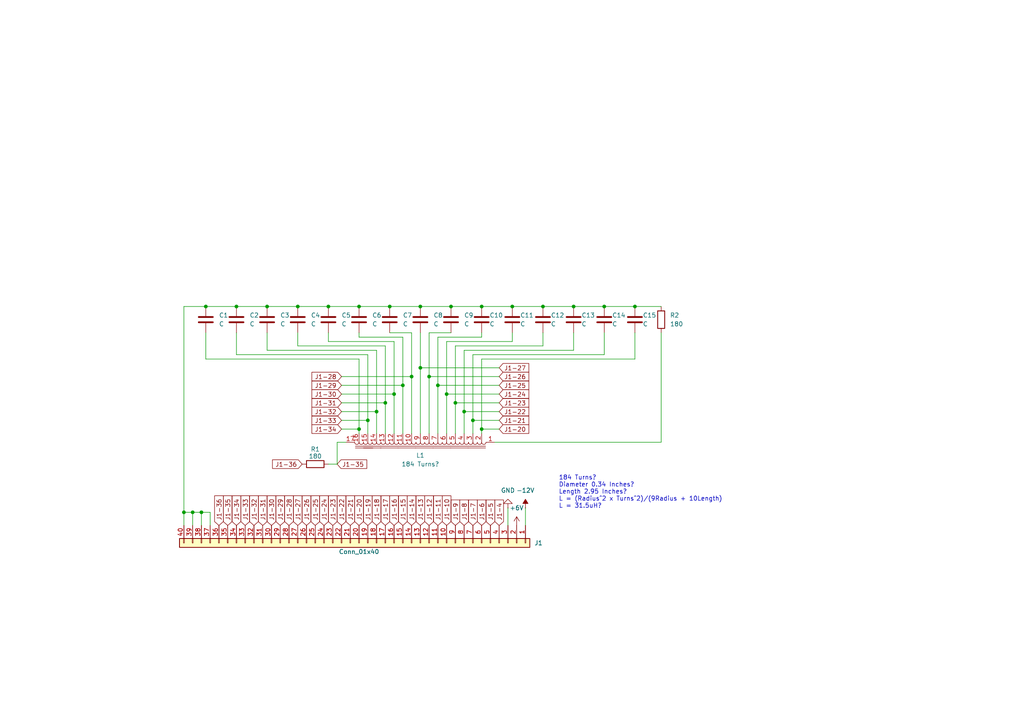
<source format=kicad_sch>
(kicad_sch (version 20250114) (generator "eeschema") (generator_version "9.0")
  (paper "A4")
  (title_block (title "Data 620 XP17") (comment 1 "Resistors are 5% 1/2W"))
  (lib_symbols
    (symbol "Connector_Generic:Conn_01x40" (pin_names (offset 1.016) (hide yes))
      (property "Reference" "J" (at 0 50.8 0))
      (property "Value" "Conn_01x40" (at 0 -53.34 0))
      (symbol "Conn_01x40_1_1"
        (rectangle (start -1.27 49.53) (end 1.27 -52.07) (stroke (width 0.254)) (fill (type background)))
        (rectangle (start -1.27 48.387) (end 0 48.133) (stroke (width 0.1524)))
        (rectangle (start -1.27 45.847) (end 0 45.593) (stroke (width 0.1524)))
        (rectangle (start -1.27 43.307) (end 0 43.053) (stroke (width 0.1524)))
        (rectangle (start -1.27 40.767) (end 0 40.513) (stroke (width 0.1524)))
        (rectangle (start -1.27 38.227) (end 0 37.973) (stroke (width 0.1524)))
        (rectangle (start -1.27 35.687) (end 0 35.433) (stroke (width 0.1524)))
        (rectangle (start -1.27 33.147) (end 0 32.893) (stroke (width 0.1524)))
        (rectangle (start -1.27 30.607) (end 0 30.353) (stroke (width 0.1524)))
        (rectangle (start -1.27 28.067) (end 0 27.813) (stroke (width 0.1524)))
        (rectangle (start -1.27 25.527) (end 0 25.273) (stroke (width 0.1524)))
        (rectangle (start -1.27 22.987) (end 0 22.733) (stroke (width 0.1524)))
        (rectangle (start -1.27 20.447) (end 0 20.193) (stroke (width 0.1524)))
        (rectangle (start -1.27 17.907) (end 0 17.653) (stroke (width 0.1524)))
        (rectangle (start -1.27 15.367) (end 0 15.113) (stroke (width 0.1524)))
        (rectangle (start -1.27 12.827) (end 0 12.573) (stroke (width 0.1524)))
        (rectangle (start -1.27 10.287) (end 0 10.033) (stroke (width 0.1524)))
        (rectangle (start -1.27 7.747) (end 0 7.493) (stroke (width 0.1524)))
        (rectangle (start -1.27 5.207) (end 0 4.953) (stroke (width 0.1524)))
        (rectangle (start -1.27 2.667) (end 0 2.413) (stroke (width 0.1524)))
        (rectangle (start -1.27 0.127) (end 0 -0.127) (stroke (width 0.1524)))
        (rectangle (start -1.27 -2.413) (end 0 -2.667) (stroke (width 0.1524)))
        (rectangle (start -1.27 -4.953) (end 0 -5.207) (stroke (width 0.1524)))
        (rectangle (start -1.27 -7.493) (end 0 -7.747) (stroke (width 0.1524)))
        (rectangle (start -1.27 -10.033) (end 0 -10.287) (stroke (width 0.1524)))
        (rectangle (start -1.27 -12.573) (end 0 -12.827) (stroke (width 0.1524)))
        (rectangle (start -1.27 -15.113) (end 0 -15.367) (stroke (width 0.1524)))
        (rectangle (start -1.27 -17.653) (end 0 -17.907) (stroke (width 0.1524)))
        (rectangle (start -1.27 -20.193) (end 0 -20.447) (stroke (width 0.1524)))
        (rectangle (start -1.27 -22.733) (end 0 -22.987) (stroke (width 0.1524)))
        (rectangle (start -1.27 -25.273) (end 0 -25.527) (stroke (width 0.1524)))
        (rectangle (start -1.27 -27.813) (end 0 -28.067) (stroke (width 0.1524)))
        (rectangle (start -1.27 -30.353) (end 0 -30.607) (stroke (width 0.1524)))
        (rectangle (start -1.27 -32.893) (end 0 -33.147) (stroke (width 0.1524)))
        (rectangle (start -1.27 -35.433) (end 0 -35.687) (stroke (width 0.1524)))
        (rectangle (start -1.27 -37.973) (end 0 -38.227) (stroke (width 0.1524)))
        (rectangle (start -1.27 -40.513) (end 0 -40.767) (stroke (width 0.1524)))
        (rectangle (start -1.27 -43.053) (end 0 -43.307) (stroke (width 0.1524)))
        (rectangle (start -1.27 -45.593) (end 0 -45.847) (stroke (width 0.1524)))
        (rectangle (start -1.27 -48.133) (end 0 -48.387) (stroke (width 0.1524)))
        (rectangle (start -1.27 -50.673) (end 0 -50.927) (stroke (width 0.1524)))
        (pin passive line (at -5.08 48.26 0) (length 3.81) (name "Pin_1") (number "1"))
        (pin passive line (at -5.08 45.72 0) (length 3.81) (name "Pin_2") (number "2"))
        (pin passive line (at -5.08 43.18 0) (length 3.81) (name "Pin_3") (number "3"))
        (pin passive line (at -5.08 40.64 0) (length 3.81) (name "Pin_4") (number "4"))
        (pin passive line (at -5.08 38.1 0) (length 3.81) (name "Pin_5") (number "5"))
        (pin passive line (at -5.08 35.56 0) (length 3.81) (name "Pin_6") (number "6"))
        (pin passive line (at -5.08 33.02 0) (length 3.81) (name "Pin_7") (number "7"))
        (pin passive line (at -5.08 30.48 0) (length 3.81) (name "Pin_8") (number "8"))
        (pin passive line (at -5.08 27.94 0) (length 3.81) (name "Pin_9") (number "9"))
        (pin passive line (at -5.08 25.4 0) (length 3.81) (name "Pin_10") (number "10"))
        (pin passive line (at -5.08 22.86 0) (length 3.81) (name "Pin_11") (number "11"))
        (pin passive line (at -5.08 20.32 0) (length 3.81) (name "Pin_12") (number "12"))
        (pin passive line (at -5.08 17.78 0) (length 3.81) (name "Pin_13") (number "13"))
        (pin passive line (at -5.08 15.24 0) (length 3.81) (name "Pin_14") (number "14"))
        (pin passive line (at -5.08 12.7 0) (length 3.81) (name "Pin_15") (number "15"))
        (pin passive line (at -5.08 10.16 0) (length 3.81) (name "Pin_16") (number "16"))
        (pin passive line (at -5.08 7.62 0) (length 3.81) (name "Pin_17") (number "17"))
        (pin passive line (at -5.08 5.08 0) (length 3.81) (name "Pin_18") (number "18"))
        (pin passive line (at -5.08 2.54 0) (length 3.81) (name "Pin_19") (number "19"))
        (pin passive line (at -5.08 0 0) (length 3.81) (name "Pin_20") (number "20"))
        (pin passive line (at -5.08 -2.54 0) (length 3.81) (name "Pin_21") (number "21"))
        (pin passive line (at -5.08 -5.08 0) (length 3.81) (name "Pin_22") (number "22"))
        (pin passive line (at -5.08 -7.62 0) (length 3.81) (name "Pin_23") (number "23"))
        (pin passive line (at -5.08 -10.16 0) (length 3.81) (name "Pin_24") (number "24"))
        (pin passive line (at -5.08 -12.7 0) (length 3.81) (name "Pin_25") (number "25"))
        (pin passive line (at -5.08 -15.24 0) (length 3.81) (name "Pin_26") (number "26"))
        (pin passive line (at -5.08 -17.78 0) (length 3.81) (name "Pin_27") (number "27"))
        (pin passive line (at -5.08 -20.32 0) (length 3.81) (name "Pin_28") (number "28"))
        (pin passive line (at -5.08 -22.86 0) (length 3.81) (name "Pin_29") (number "29"))
        (pin passive line (at -5.08 -25.4 0) (length 3.81) (name "Pin_30") (number "30"))
        (pin passive line (at -5.08 -27.94 0) (length 3.81) (name "Pin_31") (number "31"))
        (pin passive line (at -5.08 -30.48 0) (length 3.81) (name "Pin_32") (number "32"))
        (pin passive line (at -5.08 -33.02 0) (length 3.81) (name "Pin_33") (number "33"))
        (pin passive line (at -5.08 -35.56 0) (length 3.81) (name "Pin_34") (number "34"))
        (pin passive line (at -5.08 -38.1 0) (length 3.81) (name "Pin_35") (number "35"))
        (pin passive line (at -5.08 -40.64 0) (length 3.81) (name "Pin_36") (number "36"))
        (pin passive line (at -5.08 -43.18 0) (length 3.81) (name "Pin_37") (number "37"))
        (pin passive line (at -5.08 -45.72 0) (length 3.81) (name "Pin_38") (number "38"))
        (pin passive line (at -5.08 -48.26 0) (length 3.81) (name "Pin_39") (number "39"))
        (pin passive line (at -5.08 -50.8 0) (length 3.81) (name "Pin_40") (number "40"))
      )
    )
    (symbol "Device:C" (pin_numbers (hide yes)) (pin_names (offset 0.254))
      (property "Reference" "C" (at 0.635 2.54 0))
      (property "Value" "C" (at 0.635 -2.54 0))
      (symbol "C_0_1"
        (polyline (pts (xy -2.032 0.762) (xy 2.032 0.762)) (stroke (width 0.508)))
        (polyline (pts (xy -2.032 -0.762) (xy 2.032 -0.762)) (stroke (width 0.508)))
      )
      (symbol "C_1_1"
        (pin passive line (at 0 3.81 270) (length 2.794) (name "~") (number "1"))
        (pin passive line (at 0 -3.81 90) (length 2.794) (name "~") (number "2"))
      )
    )
    (symbol "Device:R" (pin_numbers (hide yes)) (pin_names (offset 0))
      (property "Reference" "R" (at 2.032 0 90))
      (property "Value" "R" (at 0 0 90))
      (symbol "R_0_1"
        (rectangle (start -1.016 -2.54) (end 1.016 2.54) (stroke (width 0.254)))
      )
      (symbol "R_1_1"
        (pin passive line (at 0 3.81 270) (length 1.27) (name "~") (number "1"))
        (pin passive line (at 0 -3.81 90) (length 1.27) (name "~") (number "2"))
      )
    )
    (symbol "XP17:Multitap_Inductor"
      (property "Reference" "L" (at 0 0 0))
      (symbol "Multitap_Inductor_0_1"
        (arc (start 0 -5.08) (mid 0.635 -5.715) (end 0 -6.35))
        (arc (start 0 -6.35) (mid 0.635 -6.985) (end 0 -7.62))
        (arc (start 0 -7.62) (mid 0.635 -8.255) (end 0 -8.89))
        (arc (start 0 -10.16) (mid 0.635 -10.795) (end 0 -11.43))
        (arc (start 0 -11.43) (mid 0.635 -12.065) (end 0 -12.7))
        (arc (start 0 -12.7) (mid 0.635 -13.335) (end 0 -13.97))
        (arc (start 0 -13.97) (mid 0.635 -14.605) (end 0 -15.24))
        (arc (start 0 -15.24) (mid 0.635 -15.875) (end 0 -16.51))
        (arc (start 0 -16.51) (mid 0.635 -17.145) (end 0 -17.78))
        (arc (start 0 -17.78) (mid 0.635 -18.415) (end 0 -19.05))
        (arc (start 0 -19.05) (mid 0.635 -19.685) (end 0 -20.32))
        (arc (start 0 -20.32) (mid 0.635 -20.955) (end 0 -21.59))
        (arc (start 0 -22.86) (mid 0.635 -23.495) (end 0 -24.13))
        (arc (start 0 -24.13) (mid 0.635 -24.765) (end 0 -25.4))
        (arc (start 0 -25.4) (mid 0.635 -26.035) (end 0 -26.67))
        (arc (start 0 -26.67) (mid 0.635 -27.305) (end 0 -27.94))
        (arc (start 0 -27.94) (mid 0.635 -28.575) (end 0 -29.21))
        (arc (start 0 -29.21) (mid 0.635 -29.845) (end 0 -30.48))
        (arc (start 0 -30.48) (mid 0.635 -31.115) (end 0 -31.75))
        (arc (start 0 -31.75) (mid 0.635 -32.385) (end 0 -33.02))
        (arc (start 0 -33.02) (mid 0.635 -33.655) (end 0 -34.29))
        (arc (start 0 -34.29) (mid 0.635 -34.925) (end 0 -35.56))
        (arc (start 0 -35.56) (mid 0.635 -36.195) (end 0 -36.83))
        (arc (start 0 -36.83) (mid 0.635 -37.465) (end 0 -38.1))
        (arc (start 0 -38.1) (mid 0.635 -38.735) (end 0 -39.37))
        (arc (start 0 -39.37) (mid 0.635 -40.005) (end 0 -40.64))
        (arc (start 0 -40.64) (mid 0.635 -41.275) (end 0 -41.91))
        (arc (start 0 -41.91) (mid 0.635 -42.545) (end 0 -43.18))
        (arc (start 0 -8.89) (mid 0.6511 -9.525) (end 0 -10.16))
        (polyline (pts (xy 1.1457 -5.207) (xy 1.1457 -10.287)))
        (polyline (pts (xy 1.1457 -10.287) (xy 1.1457 -15.367)))
        (polyline (pts (xy 1.1457 -15.367) (xy 1.1457 -20.447)))
        (polyline (pts (xy 1.1457 -20.447) (xy 1.1457 -25.527)))
        (polyline (pts (xy 1.1457 -25.527) (xy 1.1457 -30.607)))
        (polyline (pts (xy 1.1457 -30.607) (xy 1.1457 -35.687)))
        (polyline (pts (xy 1.1457 -35.56) (xy 1.1457 -40.64)))
        (polyline (pts (xy 1.1471 -37.9101) (xy 1.1471 -42.9901)))
        (polyline (pts (xy 1.6537 -10.287) (xy 1.6537 -5.207)))
        (polyline (pts (xy 1.6537 -15.367) (xy 1.6537 -10.287)))
        (polyline (pts (xy 1.6537 -20.447) (xy 1.6537 -15.367)))
        (polyline (pts (xy 1.6537 -25.527) (xy 1.6537 -20.447)))
        (polyline (pts (xy 1.6537 -30.607) (xy 1.6537 -25.527)))
        (polyline (pts (xy 1.6537 -35.687) (xy 1.6537 -30.607)))
        (polyline (pts (xy 1.6537 -40.64) (xy 1.6537 -35.56)))
        (polyline (pts (xy 1.6551 -42.9901) (xy 1.6551 -37.9101)))
      )
      (symbol "Multitap_Inductor_1_1"
        (arc (start 0 -21.59) (mid 0.635 -22.225) (end 0 -22.86))
        (pin input line (at -2.54 -6.35 0) (length 2.54) (name "") (number "2"))
        (pin input line (at -2.54 -8.89 0) (length 2.54) (name "") (number "3"))
        (pin input line (at -2.54 -11.43 0) (length 2.54) (name "") (number "4"))
        (pin input line (at -2.54 -13.97 0) (length 2.54) (name "") (number "5"))
        (pin input line (at -2.54 -16.51 0) (length 2.54) (name "") (number "6"))
        (pin input line (at -2.54 -19.05 0) (length 2.54) (name "") (number "7"))
        (pin input line (at -2.54 -21.59 0) (length 2.54) (name "") (number "8"))
        (pin input line (at -2.54 -24.13 0) (length 2.54) (name "") (number "9"))
        (pin input line (at -2.54 -26.67 0) (length 2.54) (name "") (number "10"))
        (pin input line (at -2.54 -29.21 0) (length 2.54) (name "") (number "11"))
        (pin input line (at -2.54 -31.75 0) (length 2.54) (name "") (number "12"))
        (pin input line (at -2.54 -34.29 0) (length 2.54) (name "") (number "13"))
        (pin input line (at -2.54 -36.83 0) (length 2.54) (name "") (number "14"))
        (pin input line (at -2.54 -39.37 0) (length 2.54) (name "") (number "15"))
        (pin input line (at -2.54 -41.91 0) (length 2.54) (name "") (number "16"))
        (pin input line (at 0 -2.54 270) (length 2.54) (name "") (number "1"))
        (pin input line (at 0 -45.72 90) (length 2.54) (name "") (number "17"))
      )
    )
    (symbol "power:+6V" (power) (pin_numbers (hide yes)) (pin_names (offset 0) (hide yes))
      (property "Value" "+6V" (at 0 3.556 0))
      (symbol "+6V_0_1"
        (polyline (pts (xy -0.762 1.27) (xy 0 2.54)))
        (polyline (pts (xy 0 2.54) (xy 0.762 1.27)))
        (polyline (pts (xy 0 0) (xy 0 2.54)))
      )
      (symbol "+6V_1_1"
        (pin power_in line (at 0 0 90) (length 0) (name "~") (number "1"))
      )
    )
    (symbol "power:-12V" (power) (pin_numbers (hide yes)) (pin_names (offset 0) (hide yes))
      (property "Value" "-12V" (at 0 3.556 0))
      (symbol "-12V_0_0"
        (pin power_in line (at 0 0 90) (length 0) (name "~") (number "1"))
      )
      (symbol "-12V_0_1"
        (polyline (pts (xy 0 0) (xy 0 1.27) (xy 0.762 1.27) (xy 0 2.54) (xy -0.762 1.27) (xy 0 1.27)) (fill (type outline)))
      )
    )
    (symbol "power:GND" (power) (pin_numbers (hide yes)) (pin_names (offset 0) (hide yes))
      (property "Value" "GND" (at 0 -3.81 0))
      (symbol "GND_0_1"
        (polyline (pts (xy 0 0) (xy 0 -1.27) (xy 1.27 -1.27) (xy 0 -2.54) (xy -1.27 -1.27) (xy 0 -1.27)))
      )
      (symbol "GND_1_1"
        (pin power_in line (at 0 0 270) (length 0) (name "~") (number "1"))
      )
    )
  )
  (text "184 Turns?\nDiameter 0.34 Inches?\nLength 2.95 Inches?\nL = (Radius^2 x Turns^2)/(9Radius + 10Length)\nL = 31.5uH?" (at 162.052 142.748 0) (effects (font (size 1.27 1.27)) (justify left)))
  (junction (at 148.59 88.9))
  (junction (at 86.36 88.9))
  (junction (at 55.88 148.59))
  (junction (at 175.26 88.9))
  (junction (at 104.14 88.9))
  (junction (at 127 111.76))
  (junction (at 104.14 124.46))
  (junction (at 157.48 88.9))
  (junction (at 109.22 119.38))
  (junction (at 95.25 88.9))
  (junction (at 132.08 116.84))
  (junction (at 106.68 121.92))
  (junction (at 139.7 88.9))
  (junction (at 184.15 88.9))
  (junction (at 114.3 114.3))
  (junction (at 166.37 88.9))
  (junction (at 113.03 88.9))
  (junction (at 130.81 88.9))
  (junction (at 111.76 116.84))
  (junction (at 58.42 148.59))
  (junction (at 139.7 124.46))
  (junction (at 119.38 109.22))
  (junction (at 53.34 148.59))
  (junction (at 68.58 88.9))
  (junction (at 134.62 119.38))
  (junction (at 121.92 106.68))
  (junction (at 77.47 88.9))
  (junction (at 124.46 109.22))
  (junction (at 137.16 121.92))
  (junction (at 121.92 88.9))
  (junction (at 59.69 88.9))
  (junction (at 116.84 111.76))
  (junction (at 129.54 114.3))
  (wire (pts (xy 148.59 96.52) (xy 148.59 99.06)))
  (wire (pts (xy 124.46 96.52) (xy 124.46 109.22)))
  (wire (pts (xy 53.34 148.59) (xy 55.88 148.59)))
  (wire (pts (xy 175.26 96.52) (xy 175.26 102.87)))
  (wire (pts (xy 116.84 97.79) (xy 116.84 111.76)))
  (wire (pts (xy 86.36 100.33) (xy 86.36 96.52)))
  (wire (pts (xy 86.36 88.9) (xy 95.25 88.9)))
  (wire (pts (xy 95.25 88.9) (xy 104.14 88.9)))
  (wire (pts (xy 116.84 111.76) (xy 116.84 125.73)))
  (wire (pts (xy 55.88 148.59) (xy 58.42 148.59)))
  (wire (pts (xy 55.88 148.59) (xy 55.88 152.4)))
  (wire (pts (xy 68.58 102.87) (xy 106.68 102.87)))
  (wire (pts (xy 121.92 96.52) (xy 121.92 106.68)))
  (wire (pts (xy 157.48 96.52) (xy 157.48 100.33)))
  (wire (pts (xy 109.22 119.38) (xy 109.22 125.73)))
  (wire (pts (xy 68.58 96.52) (xy 68.58 102.87)))
  (wire (pts (xy 134.62 119.38) (xy 134.62 125.73)))
  (wire (pts (xy 119.38 96.52) (xy 119.38 109.22)))
  (wire (pts (xy 58.42 152.4) (xy 58.42 148.59)))
  (wire (pts (xy 144.78 119.38) (xy 134.62 119.38)))
  (wire (pts (xy 137.16 102.87) (xy 137.16 121.92)))
  (wire (pts (xy 127 111.76) (xy 127 125.73)))
  (wire (pts (xy 99.06 109.22) (xy 119.38 109.22)))
  (wire (pts (xy 119.38 109.22) (xy 119.38 125.73)))
  (wire (pts (xy 144.78 114.3) (xy 129.54 114.3)))
  (wire (pts (xy 137.16 121.92) (xy 144.78 121.92)))
  (wire (pts (xy 95.25 134.62) (xy 97.79 134.62)))
  (wire (pts (xy 166.37 96.52) (xy 166.37 101.6)))
  (wire (pts (xy 184.15 104.14) (xy 139.7 104.14)))
  (wire (pts (xy 147.32 147.32) (xy 147.32 152.4)))
  (wire (pts (xy 139.7 97.79) (xy 127 97.79)))
  (wire (pts (xy 148.59 99.06) (xy 129.54 99.06)))
  (wire (pts (xy 148.59 88.9) (xy 157.48 88.9)))
  (wire (pts (xy 59.69 104.14) (xy 59.69 96.52)))
  (wire (pts (xy 132.08 100.33) (xy 132.08 116.84)))
  (wire (pts (xy 191.77 96.52) (xy 191.77 128.27)))
  (wire (pts (xy 152.4 147.32) (xy 152.4 152.4)))
  (wire (pts (xy 104.14 104.14) (xy 59.69 104.14)))
  (wire (pts (xy 77.47 88.9) (xy 86.36 88.9)))
  (wire (pts (xy 139.7 88.9) (xy 148.59 88.9)))
  (wire (pts (xy 166.37 101.6) (xy 134.62 101.6)))
  (wire (pts (xy 184.15 96.52) (xy 184.15 104.14)))
  (wire (pts (xy 139.7 104.14) (xy 139.7 124.46)))
  (wire (pts (xy 121.92 106.68) (xy 121.92 125.73)))
  (wire (pts (xy 184.15 88.9) (xy 191.77 88.9)))
  (wire (pts (xy 99.06 116.84) (xy 111.76 116.84)))
  (wire (pts (xy 106.68 121.92) (xy 106.68 125.73)))
  (wire (pts (xy 95.25 99.06) (xy 95.25 96.52)))
  (wire (pts (xy 157.48 100.33) (xy 132.08 100.33)))
  (wire (pts (xy 111.76 116.84) (xy 111.76 125.73)))
  (wire (pts (xy 166.37 88.9) (xy 175.26 88.9)))
  (wire (pts (xy 111.76 100.33) (xy 111.76 116.84)))
  (wire (pts (xy 99.06 124.46) (xy 104.14 124.46)))
  (wire (pts (xy 137.16 121.92) (xy 137.16 125.73)))
  (wire (pts (xy 53.34 88.9) (xy 53.34 148.59)))
  (wire (pts (xy 97.79 134.62) (xy 97.79 128.27)))
  (wire (pts (xy 175.26 88.9) (xy 184.15 88.9)))
  (wire (pts (xy 139.7 124.46) (xy 139.7 125.73)))
  (wire (pts (xy 68.58 88.9) (xy 77.47 88.9)))
  (wire (pts (xy 53.34 88.9) (xy 59.69 88.9)))
  (wire (pts (xy 109.22 101.6) (xy 109.22 119.38)))
  (wire (pts (xy 104.14 124.46) (xy 104.14 125.73)))
  (wire (pts (xy 175.26 102.87) (xy 137.16 102.87)))
  (wire (pts (xy 106.68 102.87) (xy 106.68 121.92)))
  (wire (pts (xy 104.14 97.79) (xy 116.84 97.79)))
  (wire (pts (xy 99.06 114.3) (xy 114.3 114.3)))
  (wire (pts (xy 99.06 119.38) (xy 109.22 119.38)))
  (wire (pts (xy 132.08 116.84) (xy 132.08 125.73)))
  (wire (pts (xy 119.38 96.52) (xy 113.03 96.52)))
  (wire (pts (xy 144.78 109.22) (xy 124.46 109.22)))
  (wire (pts (xy 130.81 88.9) (xy 139.7 88.9)))
  (wire (pts (xy 144.78 111.76) (xy 127 111.76)))
  (wire (pts (xy 77.47 101.6) (xy 77.47 96.52)))
  (wire (pts (xy 191.77 128.27) (xy 143.51 128.27)))
  (wire (pts (xy 139.7 124.46) (xy 144.78 124.46)))
  (wire (pts (xy 139.7 96.52) (xy 139.7 97.79)))
  (wire (pts (xy 114.3 99.06) (xy 114.3 114.3)))
  (wire (pts (xy 129.54 114.3) (xy 129.54 125.73)))
  (wire (pts (xy 114.3 114.3) (xy 114.3 125.73)))
  (wire (pts (xy 157.48 88.9) (xy 166.37 88.9)))
  (wire (pts (xy 59.69 88.9) (xy 68.58 88.9)))
  (wire (pts (xy 104.14 104.14) (xy 104.14 124.46)))
  (wire (pts (xy 114.3 99.06) (xy 95.25 99.06)))
  (wire (pts (xy 130.81 96.52) (xy 124.46 96.52)))
  (wire (pts (xy 113.03 88.9) (xy 121.92 88.9)))
  (wire (pts (xy 60.96 148.59) (xy 60.96 152.4)))
  (wire (pts (xy 124.46 109.22) (xy 124.46 125.73)))
  (wire (pts (xy 99.06 121.92) (xy 106.68 121.92)))
  (wire (pts (xy 97.79 128.27) (xy 100.33 128.27)))
  (wire (pts (xy 111.76 100.33) (xy 86.36 100.33)))
  (wire (pts (xy 121.92 88.9) (xy 130.81 88.9)))
  (wire (pts (xy 99.06 111.76) (xy 116.84 111.76)))
  (wire (pts (xy 121.92 106.68) (xy 144.78 106.68)))
  (wire (pts (xy 134.62 101.6) (xy 134.62 119.38)))
  (wire (pts (xy 104.14 96.52) (xy 104.14 97.79)))
  (wire (pts (xy 129.54 99.06) (xy 129.54 114.3)))
  (wire (pts (xy 53.34 148.59) (xy 53.34 152.4)))
  (wire (pts (xy 127 97.79) (xy 127 111.76)))
  (wire (pts (xy 109.22 101.6) (xy 77.47 101.6)))
  (wire (pts (xy 58.42 148.59) (xy 60.96 148.59)))
  (wire (pts (xy 144.78 116.84) (xy 132.08 116.84)))
  (wire (pts (xy 104.14 88.9) (xy 113.03 88.9)))
  (global_label "J1-36" (shape input) (at 63.5 152.4 90) (property "Intersheetrefs" "${INTERSHEET_REFS}" (effects (hide yes))))
  (global_label "J1-23" (shape input) (at 144.78 116.84 0) (property "Intersheetrefs" "${INTERSHEET_REFS}" (effects (hide yes))))
  (global_label "J1-13" (shape input) (at 121.92 152.4 90) (property "Intersheetrefs" "${INTERSHEET_REFS}" (effects (hide yes))))
  (global_label "J1-26" (shape input) (at 144.78 109.22 0) (property "Intersheetrefs" "${INTERSHEET_REFS}" (effects (hide yes))))
  (global_label "J1-11" (shape input) (at 127 152.4 90) (property "Intersheetrefs" "${INTERSHEET_REFS}" (effects (hide yes))))
  (global_label "J1-36" (shape input) (at 87.63 134.62 180) (property "Intersheetrefs" "${INTERSHEET_REFS}" (effects (hide yes))))
  (global_label "J1-31" (shape input) (at 99.06 116.84 180) (property "Intersheetrefs" "${INTERSHEET_REFS}" (effects (hide yes))))
  (global_label "J1-20" (shape input) (at 144.78 124.46 0) (property "Intersheetrefs" "${INTERSHEET_REFS}" (effects (hide yes))))
  (global_label "J1-33" (shape input) (at 99.06 121.92 180) (property "Intersheetrefs" "${INTERSHEET_REFS}" (effects (hide yes))))
  (global_label "J1-25" (shape input) (at 144.78 111.76 0) (property "Intersheetrefs" "${INTERSHEET_REFS}" (effects (hide yes))))
  (global_label "J1-23" (shape input) (at 96.52 152.4 90) (property "Intersheetrefs" "${INTERSHEET_REFS}" (effects (hide yes))))
  (global_label "J1-18" (shape input) (at 109.22 152.4 90) (property "Intersheetrefs" "${INTERSHEET_REFS}" (effects (hide yes))))
  (global_label "J1-20" (shape input) (at 104.14 152.4 90) (property "Intersheetrefs" "${INTERSHEET_REFS}" (effects (hide yes))))
  (global_label "J1-32" (shape input) (at 73.66 152.4 90) (property "Intersheetrefs" "${INTERSHEET_REFS}" (effects (hide yes))))
  (global_label "J1-24" (shape input) (at 93.98 152.4 90) (property "Intersheetrefs" "${INTERSHEET_REFS}" (effects (hide yes))))
  (global_label "J1-17" (shape input) (at 111.76 152.4 90) (property "Intersheetrefs" "${INTERSHEET_REFS}" (effects (hide yes))))
  (global_label "J1-27" (shape input) (at 86.36 152.4 90) (property "Intersheetrefs" "${INTERSHEET_REFS}" (effects (hide yes))))
  (global_label "J1-15" (shape input) (at 116.84 152.4 90) (property "Intersheetrefs" "${INTERSHEET_REFS}" (effects (hide yes))))
  (global_label "J1-31" (shape input) (at 76.2 152.4 90) (property "Intersheetrefs" "${INTERSHEET_REFS}" (effects (hide yes))))
  (global_label "J1-26" (shape input) (at 88.9 152.4 90) (property "Intersheetrefs" "${INTERSHEET_REFS}" (effects (hide yes))))
  (global_label "J1-30" (shape input) (at 78.74 152.4 90) (property "Intersheetrefs" "${INTERSHEET_REFS}" (effects (hide yes))))
  (global_label "J1-6" (shape input) (at 139.7 152.4 90) (property "Intersheetrefs" "${INTERSHEET_REFS}" (effects (hide yes))))
  (global_label "J1-9" (shape input) (at 132.08 152.4 90) (property "Intersheetrefs" "${INTERSHEET_REFS}" (effects (hide yes))))
  (global_label "J1-34" (shape input) (at 99.06 124.46 180) (property "Intersheetrefs" "${INTERSHEET_REFS}" (effects (hide yes))))
  (global_label "J1-19" (shape input) (at 106.68 152.4 90) (property "Intersheetrefs" "${INTERSHEET_REFS}" (effects (hide yes))))
  (global_label "J1-14" (shape input) (at 119.38 152.4 90) (property "Intersheetrefs" "${INTERSHEET_REFS}" (effects (hide yes))))
  (global_label "J1-4" (shape input) (at 144.78 152.4 90) (property "Intersheetrefs" "${INTERSHEET_REFS}" (effects (hide yes))))
  (global_label "J1-21" (shape input) (at 101.6 152.4 90) (property "Intersheetrefs" "${INTERSHEET_REFS}" (effects (hide yes))))
  (global_label "J1-5" (shape input) (at 142.24 152.4 90) (property "Intersheetrefs" "${INTERSHEET_REFS}" (effects (hide yes))))
  (global_label "J1-28" (shape input) (at 83.82 152.4 90) (property "Intersheetrefs" "${INTERSHEET_REFS}" (effects (hide yes))))
  (global_label "J1-8" (shape input) (at 134.62 152.4 90) (property "Intersheetrefs" "${INTERSHEET_REFS}" (effects (hide yes))))
  (global_label "J1-24" (shape input) (at 144.78 114.3 0) (property "Intersheetrefs" "${INTERSHEET_REFS}" (effects (hide yes))))
  (global_label "J1-16" (shape input) (at 114.3 152.4 90) (property "Intersheetrefs" "${INTERSHEET_REFS}" (effects (hide yes))))
  (global_label "J1-35" (shape input) (at 66.04 152.4 90) (property "Intersheetrefs" "${INTERSHEET_REFS}" (effects (hide yes))))
  (global_label "J1-27" (shape input) (at 144.78 106.68 0) (property "Intersheetrefs" "${INTERSHEET_REFS}" (effects (hide yes))))
  (global_label "J1-33" (shape input) (at 71.12 152.4 90) (property "Intersheetrefs" "${INTERSHEET_REFS}" (effects (hide yes))))
  (global_label "J1-32" (shape input) (at 99.06 119.38 180) (property "Intersheetrefs" "${INTERSHEET_REFS}" (effects (hide yes))))
  (global_label "J1-28" (shape input) (at 99.06 109.22 180) (property "Intersheetrefs" "${INTERSHEET_REFS}" (effects (hide yes))))
  (global_label "J1-34" (shape input) (at 68.58 152.4 90) (property "Intersheetrefs" "${INTERSHEET_REFS}" (effects (hide yes))))
  (global_label "J1-25" (shape input) (at 91.44 152.4 90) (property "Intersheetrefs" "${INTERSHEET_REFS}" (effects (hide yes))))
  (global_label "J1-35" (shape input) (at 97.79 134.62 0) (property "Intersheetrefs" "${INTERSHEET_REFS}" (effects (hide yes))))
  (global_label "J1-30" (shape input) (at 99.06 114.3 180) (property "Intersheetrefs" "${INTERSHEET_REFS}" (effects (hide yes))))
  (global_label "J1-7" (shape input) (at 137.16 152.4 90) (property "Intersheetrefs" "${INTERSHEET_REFS}" (effects (hide yes))))
  (global_label "J1-10" (shape input) (at 129.54 152.4 90) (property "Intersheetrefs" "${INTERSHEET_REFS}" (effects (hide yes))))
  (global_label "J1-21" (shape input) (at 144.78 121.92 0) (property "Intersheetrefs" "${INTERSHEET_REFS}" (effects (hide yes))))
  (global_label "J1-29" (shape input) (at 99.06 111.76 180) (property "Intersheetrefs" "${INTERSHEET_REFS}" (effects (hide yes))))
  (global_label "J1-22" (shape input) (at 99.06 152.4 90) (property "Intersheetrefs" "${INTERSHEET_REFS}" (effects (hide yes))))
  (global_label "J1-29" (shape input) (at 81.28 152.4 90) (property "Intersheetrefs" "${INTERSHEET_REFS}" (effects (hide yes))))
  (global_label "J1-22" (shape input) (at 144.78 119.38 0) (property "Intersheetrefs" "${INTERSHEET_REFS}" (effects (hide yes))))
  (global_label "J1-12" (shape input) (at 124.46 152.4 90) (property "Intersheetrefs" "${INTERSHEET_REFS}" (effects (hide yes))))
  (symbol (lib_id "Device:C") (at 139.7 92.71 0) (unit 1)
    (property "Reference" "C10" (at 141.986 91.44 0) (effects (justify left)))
    (property "Value" "C" (at 141.986 93.98 0) (effects (justify left)))
    (property "Footprint" "Capacitor_THT:C_Rect_L9.0mm_W2.5mm_P7.50mm_MKT" (effects (hide yes)))
    (property "Description" "Unpolarized capacitor" (effects (hide yes)))
  )
  (symbol (lib_id "Device:C") (at 130.81 92.71 0) (unit 1)
    (property "Reference" "C9" (at 134.62 91.4399 0) (effects (justify left)))
    (property "Value" "C" (at 134.62 93.9799 0) (effects (justify left)))
    (property "Footprint" "Capacitor_THT:C_Rect_L9.0mm_W2.5mm_P7.50mm_MKT" (effects (hide yes)))
    (property "Description" "Unpolarized capacitor" (effects (hide yes)))
  )
  (symbol (lib_id "Device:C") (at 59.69 92.71 180) (unit 1)
    (property "Reference" "C1" (at 63.5 91.4399 0) (effects (justify right)))
    (property "Value" "C" (at 63.5 93.9799 0) (effects (justify right)))
    (property "Footprint" "Capacitor_THT:C_Rect_L9.0mm_W2.5mm_P7.50mm_MKT" (effects (hide yes)))
    (property "Description" "Unpolarized capacitor" (effects (hide yes)))
  )
  (symbol (lib_id "Device:C") (at 157.48 92.71 0) (unit 1)
    (property "Reference" "C12" (at 159.766 91.44 0) (effects (justify left)))
    (property "Value" "C" (at 159.766 93.98 0) (effects (justify left)))
    (property "Footprint" "Capacitor_THT:C_Rect_L9.0mm_W2.5mm_P7.50mm_MKT" (effects (hide yes)))
    (property "Description" "Unpolarized capacitor" (effects (hide yes)))
  )
  (symbol (lib_id "XP17:Multitap_Inductor") (at 146.05 128.27 270) (unit 1)
    (property "Reference" "L1" (at 121.92 132.08 90))
    (property "Value" "184 Turns?" (at 121.92 134.62 90))
    (property "Footprint" "XP17:MultiTap-Inductor" (effects (hide yes)))
  )
  (symbol (lib_id "power:-12V") (at 152.4 147.32 0) (unit 1)
    (property "Reference" "#PWR039" (effects (hide yes)))
    (property "Value" "-12V" (at 152.4 142.24 0))
    (property "Description" "Power symbol creates a global label with name \"-12V\"" (effects (hide yes)))
  )
  (symbol (lib_id "Device:C") (at 104.14 92.71 180) (unit 1)
    (property "Reference" "C6" (at 107.95 91.4399 0) (effects (justify right)))
    (property "Value" "C" (at 107.95 93.9799 0) (effects (justify right)))
    (property "Footprint" "Capacitor_THT:C_Rect_L9.0mm_W2.5mm_P7.50mm_MKT" (effects (hide yes)))
    (property "Description" "Unpolarized capacitor" (effects (hide yes)))
  )
  (symbol (lib_id "Device:C") (at 113.03 92.71 180) (unit 1)
    (property "Reference" "C7" (at 116.84 91.4399 0) (effects (justify right)))
    (property "Value" "C" (at 116.84 93.9799 0) (effects (justify right)))
    (property "Footprint" "Capacitor_THT:C_Rect_L9.0mm_W2.5mm_P7.50mm_MKT" (effects (hide yes)))
    (property "Description" "Unpolarized capacitor" (effects (hide yes)))
  )
  (symbol (lib_id "Device:C") (at 95.25 92.71 180) (unit 1)
    (property "Reference" "C5" (at 99.06 91.4399 0) (effects (justify right)))
    (property "Value" "C" (at 99.06 93.9799 0) (effects (justify right)))
    (property "Footprint" "Capacitor_THT:C_Rect_L9.0mm_W2.5mm_P7.50mm_MKT" (effects (hide yes)))
    (property "Description" "Unpolarized capacitor" (effects (hide yes)))
  )
  (symbol (lib_id "power:+6V") (at 149.86 152.4 0) (unit 1)
    (property "Reference" "#PWR01" (effects (hide yes)))
    (property "Value" "+6V" (at 149.86 147.32 0))
    (property "Description" "Power symbol creates a global label with name \"+6V\"" (effects (hide yes)))
  )
  (symbol (lib_id "power:GND") (at 147.32 147.32 180) (unit 1)
    (property "Reference" "#PWR03" (effects (hide yes)))
    (property "Value" "GND" (at 147.32 142.24 0))
    (property "Description" "Power symbol creates a global label with name \"GND\" , ground" (effects (hide yes)))
  )
  (symbol (lib_id "Device:C") (at 175.26 92.71 0) (unit 1)
    (property "Reference" "C14" (at 177.546 91.44 0) (effects (justify left)))
    (property "Value" "C" (at 177.546 93.98 0) (effects (justify left)))
    (property "Footprint" "Capacitor_THT:C_Rect_L9.0mm_W2.5mm_P7.50mm_MKT" (effects (hide yes)))
    (property "Description" "Unpolarized capacitor" (effects (hide yes)))
  )
  (symbol (lib_id "Connector_Generic:Conn_01x40") (at 104.14 157.48 270) (unit 1)
    (property "Reference" "J1" (at 156.21 157.48 90))
    (property "Value" "Conn_01x40" (at 104.14 160.02 90))
    (property "Footprint" "Logi620:ELCO 40" (effects (hide yes)))
    (property "Description" "Generic connector, single row, 01x40, script generated (kicad-library-utils/schlib/autogen/connector/)" (effects (hide yes)))
  )
  (symbol (lib_id "Device:R") (at 91.44 134.62 90) (unit 1)
    (property "Reference" "R1" (at 91.44 130.302 90))
    (property "Value" "180" (at 91.44 132.334 90))
    (property "Footprint" "Resistor_THT:R_Axial_DIN0309_L9.0mm_D3.2mm_P15.24mm_Horizontal" (effects (hide yes)))
    (property "Description" "Resistor" (effects (hide yes)))
  )
  (symbol (lib_id "Device:C") (at 184.15 92.71 0) (unit 1)
    (property "Reference" "C15" (at 186.436 91.44 0) (effects (justify left)))
    (property "Value" "C" (at 186.436 93.98 0) (effects (justify left)))
    (property "Footprint" "Capacitor_THT:C_Rect_L9.0mm_W2.5mm_P7.50mm_MKT" (effects (hide yes)))
    (property "Description" "Unpolarized capacitor" (effects (hide yes)))
  )
  (symbol (lib_id "Device:C") (at 166.37 92.71 0) (unit 1)
    (property "Reference" "C13" (at 168.656 91.44 0) (effects (justify left)))
    (property "Value" "C" (at 168.656 93.98 0) (effects (justify left)))
    (property "Footprint" "Capacitor_THT:C_Rect_L9.0mm_W2.5mm_P7.50mm_MKT" (effects (hide yes)))
    (property "Description" "Unpolarized capacitor" (effects (hide yes)))
  )
  (symbol (lib_id "Device:C") (at 86.36 92.71 180) (unit 1)
    (property "Reference" "C4" (at 90.17 91.4399 0) (effects (justify right)))
    (property "Value" "C" (at 90.17 93.9799 0) (effects (justify right)))
    (property "Footprint" "Capacitor_THT:C_Rect_L9.0mm_W2.5mm_P7.50mm_MKT" (effects (hide yes)))
    (property "Description" "Unpolarized capacitor" (effects (hide yes)))
  )
  (symbol (lib_id "Device:C") (at 148.59 92.71 0) (unit 1)
    (property "Reference" "C11" (at 150.876 91.44 0) (effects (justify left)))
    (property "Value" "C" (at 150.876 93.98 0) (effects (justify left)))
    (property "Footprint" "Capacitor_THT:C_Rect_L9.0mm_W2.5mm_P7.50mm_MKT" (effects (hide yes)))
    (property "Description" "Unpolarized capacitor" (effects (hide yes)))
  )
  (symbol (lib_id "Device:C") (at 77.47 92.71 180) (unit 1)
    (property "Reference" "C3" (at 81.28 91.4399 0) (effects (justify right)))
    (property "Value" "C" (at 81.28 93.9799 0) (effects (justify right)))
    (property "Footprint" "Capacitor_THT:C_Rect_L9.0mm_W2.5mm_P7.50mm_MKT" (effects (hide yes)))
    (property "Description" "Unpolarized capacitor" (effects (hide yes)))
  )
  (symbol (lib_id "Device:C") (at 121.92 92.71 180) (unit 1)
    (property "Reference" "C8" (at 125.73 91.4399 0) (effects (justify right)))
    (property "Value" "C" (at 125.73 93.9799 0) (effects (justify right)))
    (property "Footprint" "Capacitor_THT:C_Rect_L9.0mm_W2.5mm_P7.50mm_MKT" (effects (hide yes)))
    (property "Description" "Unpolarized capacitor" (effects (hide yes)))
  )
  (symbol (lib_id "Device:R") (at 191.77 92.71 0) (unit 1)
    (property "Reference" "R2" (at 194.31 91.4399 0) (effects (justify left)))
    (property "Value" "180" (at 194.31 93.9799 0) (effects (justify left)))
    (property "Footprint" "Resistor_THT:R_Axial_DIN0309_L9.0mm_D3.2mm_P15.24mm_Horizontal" (effects (hide yes)))
    (property "Description" "Resistor" (effects (hide yes)))
  )
  (symbol (lib_id "Device:C") (at 68.58 92.71 180) (unit 1)
    (property "Reference" "C2" (at 72.39 91.4399 0) (effects (justify right)))
    (property "Value" "C" (at 72.39 93.9799 0) (effects (justify right)))
    (property "Footprint" "Capacitor_THT:C_Rect_L9.0mm_W2.5mm_P7.50mm_MKT" (effects (hide yes)))
    (property "Description" "Unpolarized capacitor" (effects (hide yes)))
  )
)
</source>
